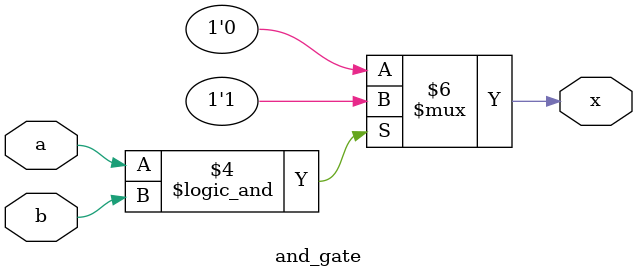
<source format=v>
`timescale 1ns / 1ps

module rtl_verilog(
    input clk,
    input reset,
    input d,
    output q,
    input a,
    input b,
    input s,
    output sel_o,
    output x,
    output y
    );

dff bkock_1(
  .clk(  clk),
  .reset( reset),
  .d(  d),
  .q(    q)
);
	 
sel_dff bkock_2(
  .clk(  clk),
  .reset( reset),
  .a(  a),
  .b(  b),
  .s(  s),
  .sel_o(  sel_o)
);
	 
	 
and_gate bkock_3(
  .a(  a),
  .b(  b),
  .x(  x)
);

assign y =  ((a==1'b1)&&(b==1'b1))?1'b1:1'b0;

endmodule


module dff(
    input clk,
    input reset,
    input d,
    output reg q
    );
	 
always @ (posedge clk or posedge reset )
  if (reset==1'b1)
    q <= 1'b0;
  else
    q <= d;	 
	
endmodule


module sel_dff(
    input clk,
    input reset,
    input a,
    input b,
    input s,
    output reg sel_o
    );
	
always @ (posedge clk or posedge reset )
  if (reset==1'b1)
    sel_o <= 1'b0;
  else
    if (s==0)
      sel_o <= a;
	 else
      sel_o <= b;	 
endmodule


module and_gate(
    input a,
    input b,
    output reg x
    );

always @ (a or b )
  if ((a==1'b1)&&(b==1'b1))
    x <= 1'b1;
  else
    x <= 1'b0;
	 
endmodule

</source>
